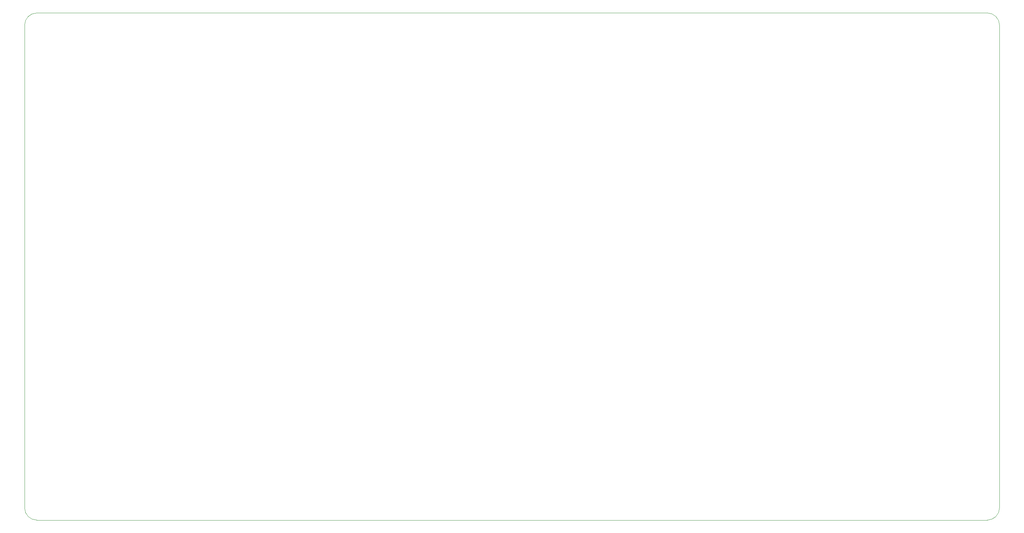
<source format=gbr>
%TF.GenerationSoftware,KiCad,Pcbnew,7.0.5*%
%TF.CreationDate,2023-06-22T07:54:56+00:00*%
%TF.ProjectId,Entry-right,456e7472-792d-4726-9967-68742e6b6963,rev?*%
%TF.SameCoordinates,Original*%
%TF.FileFunction,Profile,NP*%
%FSLAX46Y46*%
G04 Gerber Fmt 4.6, Leading zero omitted, Abs format (unit mm)*
G04 Created by KiCad (PCBNEW 7.0.5) date 2023-06-22 07:54:56*
%MOMM*%
%LPD*%
G01*
G04 APERTURE LIST*
%TA.AperFunction,Profile*%
%ADD10C,0.100000*%
%TD*%
G04 APERTURE END LIST*
D10*
X264612500Y-149185000D02*
G75*
G03*
X267612500Y-146185000I0J3000000D01*
G01*
X267612500Y-146185000D02*
X267612500Y-28122500D01*
X264612500Y-149185000D02*
X32250000Y-149185000D01*
X29250000Y-146185000D02*
G75*
G03*
X32250000Y-149185000I3000000J0D01*
G01*
X32250000Y-25122500D02*
G75*
G03*
X29250000Y-28122500I0J-3000000D01*
G01*
X29250000Y-146185000D02*
X29250000Y-28122500D01*
X267612500Y-28122500D02*
G75*
G03*
X264612500Y-25122500I-3000000J0D01*
G01*
X264612500Y-25122500D02*
X32250000Y-25122500D01*
M02*

</source>
